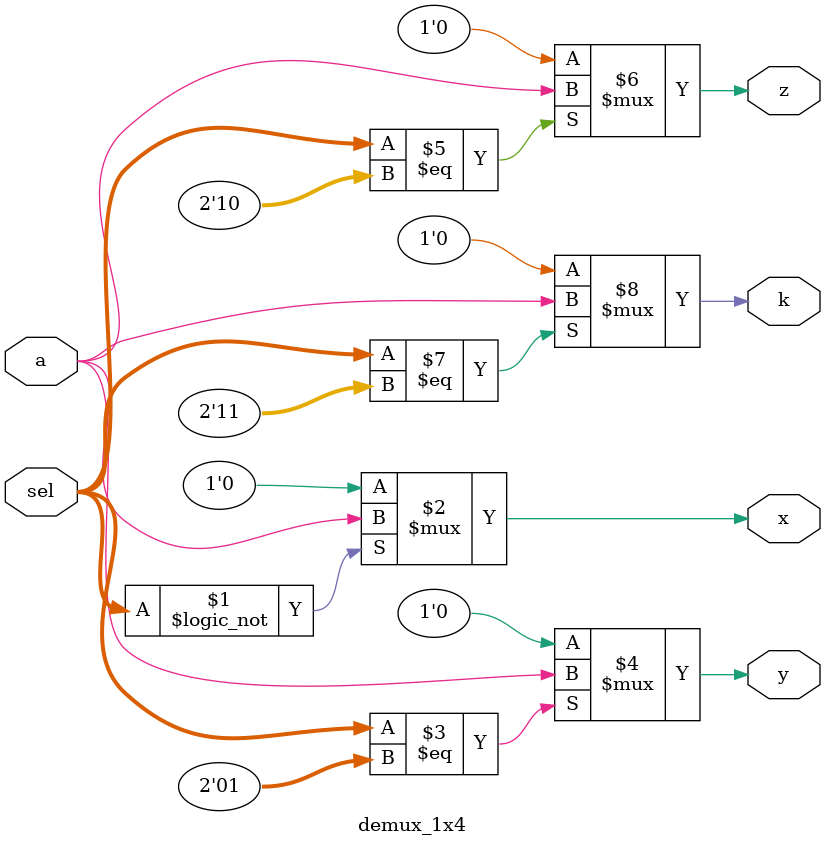
<source format=v>
module demux_1x4(
    input a,
    input [1:0] sel,
    output x, y, z, k
    );
    assign x = (sel == 2'b00) ? a : 1'b0;
    assign y = (sel == 2'b01) ? a : 1'b0;
    assign z = (sel == 2'b10) ? a : 1'b0;
    assign k = (sel == 2'b11) ? a : 1'b0;
endmodule

</source>
